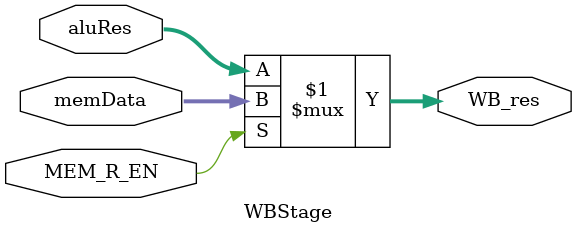
<source format=v>
`include "defines.v"

module WBStage (MEM_R_EN, memData, aluRes, WB_res);
  input MEM_R_EN;
  input [32-1:0] memData, aluRes;
  output [32-1:0] WB_res;

  assign WB_res = (MEM_R_EN) ? memData : aluRes;
endmodule // WBStage

</source>
